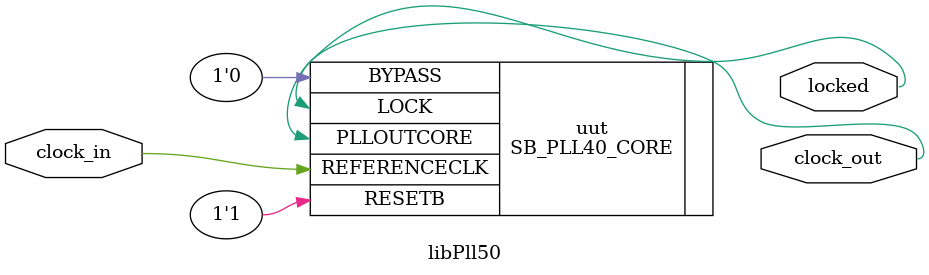
<source format=sv>
/**
 * PLL configuration
 *
 * This Verilog module was generated automatically
 * using the icepll tool from the IceStorm project.
 * Use at your own risk.
 *
 * Given input frequency:        12.000 MHz
 * Requested output frequency:   50.000 MHz
 * Achieved output frequency:    50.250 MHz
 */

module libPll50(
	input  clock_in,
	output clock_out,
	output locked
	);

SB_PLL40_CORE #(
		.FEEDBACK_PATH("SIMPLE"),
		.DIVR(4'b0000),		// DIVR =  0
		.DIVF(7'b1000010),	// DIVF = 66
		.DIVQ(3'b100),		// DIVQ =  4
		.FILTER_RANGE(3'b001)	// FILTER_RANGE = 1
	) uut (
		.LOCK(locked),
		.RESETB(1'b1),
		.BYPASS(1'b0),
		.REFERENCECLK(clock_in),
		.PLLOUTCORE(clock_out)
		);

endmodule

</source>
